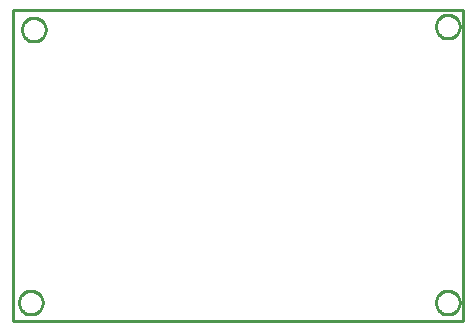
<source format=gbr>
G04 EAGLE Gerber RS-274X export*
G75*
%MOMM*%
%FSLAX34Y34*%
%LPD*%
%IN*%
%IPPOS*%
%AMOC8*
5,1,8,0,0,1.08239X$1,22.5*%
G01*
%ADD10C,0.254000*%


D10*
X0Y0D02*
X380800Y0D01*
X380800Y263400D01*
X0Y263400D01*
X0Y0D01*
X27780Y245943D02*
X27704Y245074D01*
X27552Y244214D01*
X27326Y243370D01*
X27028Y242550D01*
X26659Y241758D01*
X26222Y241002D01*
X25721Y240287D01*
X25160Y239618D01*
X24542Y239000D01*
X23873Y238439D01*
X23158Y237938D01*
X22402Y237501D01*
X21610Y237132D01*
X20790Y236834D01*
X19946Y236608D01*
X19087Y236456D01*
X18217Y236380D01*
X17343Y236380D01*
X16474Y236456D01*
X15614Y236608D01*
X14770Y236834D01*
X13950Y237132D01*
X13158Y237501D01*
X12402Y237938D01*
X11687Y238439D01*
X11018Y239000D01*
X10400Y239618D01*
X9839Y240287D01*
X9338Y241002D01*
X8901Y241758D01*
X8532Y242550D01*
X8234Y243370D01*
X8008Y244214D01*
X7856Y245074D01*
X7780Y245943D01*
X7780Y246817D01*
X7856Y247687D01*
X8008Y248546D01*
X8234Y249390D01*
X8532Y250210D01*
X8901Y251002D01*
X9338Y251758D01*
X9839Y252473D01*
X10400Y253142D01*
X11018Y253760D01*
X11687Y254321D01*
X12402Y254822D01*
X13158Y255259D01*
X13950Y255628D01*
X14770Y255926D01*
X15614Y256152D01*
X16474Y256304D01*
X17343Y256380D01*
X18217Y256380D01*
X19087Y256304D01*
X19946Y256152D01*
X20790Y255926D01*
X21610Y255628D01*
X22402Y255259D01*
X23158Y254822D01*
X23873Y254321D01*
X24542Y253760D01*
X25160Y253142D01*
X25721Y252473D01*
X26222Y251758D01*
X26659Y251002D01*
X27028Y250210D01*
X27326Y249390D01*
X27552Y248546D01*
X27704Y247687D01*
X27780Y246817D01*
X27780Y245943D01*
X378300Y248483D02*
X378224Y247614D01*
X378072Y246754D01*
X377846Y245910D01*
X377548Y245090D01*
X377179Y244298D01*
X376742Y243542D01*
X376241Y242827D01*
X375680Y242158D01*
X375062Y241540D01*
X374393Y240979D01*
X373678Y240478D01*
X372922Y240041D01*
X372130Y239672D01*
X371310Y239374D01*
X370466Y239148D01*
X369607Y238996D01*
X368737Y238920D01*
X367863Y238920D01*
X366994Y238996D01*
X366134Y239148D01*
X365290Y239374D01*
X364470Y239672D01*
X363678Y240041D01*
X362922Y240478D01*
X362207Y240979D01*
X361538Y241540D01*
X360920Y242158D01*
X360359Y242827D01*
X359858Y243542D01*
X359421Y244298D01*
X359052Y245090D01*
X358754Y245910D01*
X358528Y246754D01*
X358376Y247614D01*
X358300Y248483D01*
X358300Y249357D01*
X358376Y250227D01*
X358528Y251086D01*
X358754Y251930D01*
X359052Y252750D01*
X359421Y253542D01*
X359858Y254298D01*
X360359Y255013D01*
X360920Y255682D01*
X361538Y256300D01*
X362207Y256861D01*
X362922Y257362D01*
X363678Y257799D01*
X364470Y258168D01*
X365290Y258466D01*
X366134Y258692D01*
X366994Y258844D01*
X367863Y258920D01*
X368737Y258920D01*
X369607Y258844D01*
X370466Y258692D01*
X371310Y258466D01*
X372130Y258168D01*
X372922Y257799D01*
X373678Y257362D01*
X374393Y256861D01*
X375062Y256300D01*
X375680Y255682D01*
X376241Y255013D01*
X376742Y254298D01*
X377179Y253542D01*
X377548Y252750D01*
X377846Y251930D01*
X378072Y251086D01*
X378224Y250227D01*
X378300Y249357D01*
X378300Y248483D01*
X25240Y14803D02*
X25164Y13934D01*
X25012Y13074D01*
X24786Y12230D01*
X24488Y11410D01*
X24119Y10618D01*
X23682Y9862D01*
X23181Y9147D01*
X22620Y8478D01*
X22002Y7860D01*
X21333Y7299D01*
X20618Y6798D01*
X19862Y6361D01*
X19070Y5992D01*
X18250Y5694D01*
X17406Y5468D01*
X16547Y5316D01*
X15677Y5240D01*
X14803Y5240D01*
X13934Y5316D01*
X13074Y5468D01*
X12230Y5694D01*
X11410Y5992D01*
X10618Y6361D01*
X9862Y6798D01*
X9147Y7299D01*
X8478Y7860D01*
X7860Y8478D01*
X7299Y9147D01*
X6798Y9862D01*
X6361Y10618D01*
X5992Y11410D01*
X5694Y12230D01*
X5468Y13074D01*
X5316Y13934D01*
X5240Y14803D01*
X5240Y15677D01*
X5316Y16547D01*
X5468Y17406D01*
X5694Y18250D01*
X5992Y19070D01*
X6361Y19862D01*
X6798Y20618D01*
X7299Y21333D01*
X7860Y22002D01*
X8478Y22620D01*
X9147Y23181D01*
X9862Y23682D01*
X10618Y24119D01*
X11410Y24488D01*
X12230Y24786D01*
X13074Y25012D01*
X13934Y25164D01*
X14803Y25240D01*
X15677Y25240D01*
X16547Y25164D01*
X17406Y25012D01*
X18250Y24786D01*
X19070Y24488D01*
X19862Y24119D01*
X20618Y23682D01*
X21333Y23181D01*
X22002Y22620D01*
X22620Y22002D01*
X23181Y21333D01*
X23682Y20618D01*
X24119Y19862D01*
X24488Y19070D01*
X24786Y18250D01*
X25012Y17406D01*
X25164Y16547D01*
X25240Y15677D01*
X25240Y14803D01*
X378300Y14803D02*
X378224Y13934D01*
X378072Y13074D01*
X377846Y12230D01*
X377548Y11410D01*
X377179Y10618D01*
X376742Y9862D01*
X376241Y9147D01*
X375680Y8478D01*
X375062Y7860D01*
X374393Y7299D01*
X373678Y6798D01*
X372922Y6361D01*
X372130Y5992D01*
X371310Y5694D01*
X370466Y5468D01*
X369607Y5316D01*
X368737Y5240D01*
X367863Y5240D01*
X366994Y5316D01*
X366134Y5468D01*
X365290Y5694D01*
X364470Y5992D01*
X363678Y6361D01*
X362922Y6798D01*
X362207Y7299D01*
X361538Y7860D01*
X360920Y8478D01*
X360359Y9147D01*
X359858Y9862D01*
X359421Y10618D01*
X359052Y11410D01*
X358754Y12230D01*
X358528Y13074D01*
X358376Y13934D01*
X358300Y14803D01*
X358300Y15677D01*
X358376Y16547D01*
X358528Y17406D01*
X358754Y18250D01*
X359052Y19070D01*
X359421Y19862D01*
X359858Y20618D01*
X360359Y21333D01*
X360920Y22002D01*
X361538Y22620D01*
X362207Y23181D01*
X362922Y23682D01*
X363678Y24119D01*
X364470Y24488D01*
X365290Y24786D01*
X366134Y25012D01*
X366994Y25164D01*
X367863Y25240D01*
X368737Y25240D01*
X369607Y25164D01*
X370466Y25012D01*
X371310Y24786D01*
X372130Y24488D01*
X372922Y24119D01*
X373678Y23682D01*
X374393Y23181D01*
X375062Y22620D01*
X375680Y22002D01*
X376241Y21333D01*
X376742Y20618D01*
X377179Y19862D01*
X377548Y19070D01*
X377846Y18250D01*
X378072Y17406D01*
X378224Y16547D01*
X378300Y15677D01*
X378300Y14803D01*
M02*

</source>
